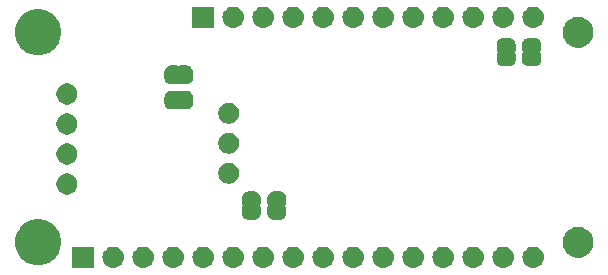
<source format=gbr>
G04 #@! TF.GenerationSoftware,KiCad,Pcbnew,(5.1.4)-1*
G04 #@! TF.CreationDate,2019-12-30T09:54:18-05:00*
G04 #@! TF.ProjectId,Feather-SAM-M8Q-GPS,46656174-6865-4722-9d53-414d2d4d3851,rev?*
G04 #@! TF.SameCoordinates,Original*
G04 #@! TF.FileFunction,Soldermask,Bot*
G04 #@! TF.FilePolarity,Negative*
%FSLAX46Y46*%
G04 Gerber Fmt 4.6, Leading zero omitted, Abs format (unit mm)*
G04 Created by KiCad (PCBNEW (5.1.4)-1) date 2019-12-30 09:54:18*
%MOMM*%
%LPD*%
G04 APERTURE LIST*
%ADD10C,0.100000*%
G04 APERTURE END LIST*
D10*
G36*
X100415043Y-76524719D02*
G01*
X100481227Y-76531237D01*
X100651066Y-76582757D01*
X100807591Y-76666422D01*
X100843329Y-76695752D01*
X100944786Y-76779014D01*
X101028048Y-76880471D01*
X101057378Y-76916209D01*
X101141043Y-77072734D01*
X101192563Y-77242573D01*
X101209959Y-77419200D01*
X101192563Y-77595827D01*
X101141043Y-77765666D01*
X101057378Y-77922191D01*
X101028048Y-77957929D01*
X100944786Y-78059386D01*
X100843329Y-78142648D01*
X100807591Y-78171978D01*
X100651066Y-78255643D01*
X100481227Y-78307163D01*
X100415043Y-78313681D01*
X100348860Y-78320200D01*
X100260340Y-78320200D01*
X100194157Y-78313681D01*
X100127973Y-78307163D01*
X99958134Y-78255643D01*
X99801609Y-78171978D01*
X99765871Y-78142648D01*
X99664414Y-78059386D01*
X99581152Y-77957929D01*
X99551822Y-77922191D01*
X99468157Y-77765666D01*
X99416637Y-77595827D01*
X99399241Y-77419200D01*
X99416637Y-77242573D01*
X99468157Y-77072734D01*
X99551822Y-76916209D01*
X99581152Y-76880471D01*
X99664414Y-76779014D01*
X99765871Y-76695752D01*
X99801609Y-76666422D01*
X99958134Y-76582757D01*
X100127973Y-76531237D01*
X100194157Y-76524719D01*
X100260340Y-76518200D01*
X100348860Y-76518200D01*
X100415043Y-76524719D01*
X100415043Y-76524719D01*
G37*
G36*
X110575043Y-76524719D02*
G01*
X110641227Y-76531237D01*
X110811066Y-76582757D01*
X110967591Y-76666422D01*
X111003329Y-76695752D01*
X111104786Y-76779014D01*
X111188048Y-76880471D01*
X111217378Y-76916209D01*
X111301043Y-77072734D01*
X111352563Y-77242573D01*
X111369959Y-77419200D01*
X111352563Y-77595827D01*
X111301043Y-77765666D01*
X111217378Y-77922191D01*
X111188048Y-77957929D01*
X111104786Y-78059386D01*
X111003329Y-78142648D01*
X110967591Y-78171978D01*
X110811066Y-78255643D01*
X110641227Y-78307163D01*
X110575043Y-78313681D01*
X110508860Y-78320200D01*
X110420340Y-78320200D01*
X110354157Y-78313681D01*
X110287973Y-78307163D01*
X110118134Y-78255643D01*
X109961609Y-78171978D01*
X109925871Y-78142648D01*
X109824414Y-78059386D01*
X109741152Y-77957929D01*
X109711822Y-77922191D01*
X109628157Y-77765666D01*
X109576637Y-77595827D01*
X109559241Y-77419200D01*
X109576637Y-77242573D01*
X109628157Y-77072734D01*
X109711822Y-76916209D01*
X109741152Y-76880471D01*
X109824414Y-76779014D01*
X109925871Y-76695752D01*
X109961609Y-76666422D01*
X110118134Y-76582757D01*
X110287973Y-76531237D01*
X110354157Y-76524719D01*
X110420340Y-76518200D01*
X110508860Y-76518200D01*
X110575043Y-76524719D01*
X110575043Y-76524719D01*
G37*
G36*
X93585600Y-78320200D02*
G01*
X91783600Y-78320200D01*
X91783600Y-76518200D01*
X93585600Y-76518200D01*
X93585600Y-78320200D01*
X93585600Y-78320200D01*
G37*
G36*
X95335043Y-76524719D02*
G01*
X95401227Y-76531237D01*
X95571066Y-76582757D01*
X95727591Y-76666422D01*
X95763329Y-76695752D01*
X95864786Y-76779014D01*
X95948048Y-76880471D01*
X95977378Y-76916209D01*
X96061043Y-77072734D01*
X96112563Y-77242573D01*
X96129959Y-77419200D01*
X96112563Y-77595827D01*
X96061043Y-77765666D01*
X95977378Y-77922191D01*
X95948048Y-77957929D01*
X95864786Y-78059386D01*
X95763329Y-78142648D01*
X95727591Y-78171978D01*
X95571066Y-78255643D01*
X95401227Y-78307163D01*
X95335043Y-78313681D01*
X95268860Y-78320200D01*
X95180340Y-78320200D01*
X95114157Y-78313681D01*
X95047973Y-78307163D01*
X94878134Y-78255643D01*
X94721609Y-78171978D01*
X94685871Y-78142648D01*
X94584414Y-78059386D01*
X94501152Y-77957929D01*
X94471822Y-77922191D01*
X94388157Y-77765666D01*
X94336637Y-77595827D01*
X94319241Y-77419200D01*
X94336637Y-77242573D01*
X94388157Y-77072734D01*
X94471822Y-76916209D01*
X94501152Y-76880471D01*
X94584414Y-76779014D01*
X94685871Y-76695752D01*
X94721609Y-76666422D01*
X94878134Y-76582757D01*
X95047973Y-76531237D01*
X95114157Y-76524719D01*
X95180340Y-76518200D01*
X95268860Y-76518200D01*
X95335043Y-76524719D01*
X95335043Y-76524719D01*
G37*
G36*
X97875043Y-76524719D02*
G01*
X97941227Y-76531237D01*
X98111066Y-76582757D01*
X98267591Y-76666422D01*
X98303329Y-76695752D01*
X98404786Y-76779014D01*
X98488048Y-76880471D01*
X98517378Y-76916209D01*
X98601043Y-77072734D01*
X98652563Y-77242573D01*
X98669959Y-77419200D01*
X98652563Y-77595827D01*
X98601043Y-77765666D01*
X98517378Y-77922191D01*
X98488048Y-77957929D01*
X98404786Y-78059386D01*
X98303329Y-78142648D01*
X98267591Y-78171978D01*
X98111066Y-78255643D01*
X97941227Y-78307163D01*
X97875043Y-78313681D01*
X97808860Y-78320200D01*
X97720340Y-78320200D01*
X97654157Y-78313681D01*
X97587973Y-78307163D01*
X97418134Y-78255643D01*
X97261609Y-78171978D01*
X97225871Y-78142648D01*
X97124414Y-78059386D01*
X97041152Y-77957929D01*
X97011822Y-77922191D01*
X96928157Y-77765666D01*
X96876637Y-77595827D01*
X96859241Y-77419200D01*
X96876637Y-77242573D01*
X96928157Y-77072734D01*
X97011822Y-76916209D01*
X97041152Y-76880471D01*
X97124414Y-76779014D01*
X97225871Y-76695752D01*
X97261609Y-76666422D01*
X97418134Y-76582757D01*
X97587973Y-76531237D01*
X97654157Y-76524719D01*
X97720340Y-76518200D01*
X97808860Y-76518200D01*
X97875043Y-76524719D01*
X97875043Y-76524719D01*
G37*
G36*
X102955043Y-76524719D02*
G01*
X103021227Y-76531237D01*
X103191066Y-76582757D01*
X103347591Y-76666422D01*
X103383329Y-76695752D01*
X103484786Y-76779014D01*
X103568048Y-76880471D01*
X103597378Y-76916209D01*
X103681043Y-77072734D01*
X103732563Y-77242573D01*
X103749959Y-77419200D01*
X103732563Y-77595827D01*
X103681043Y-77765666D01*
X103597378Y-77922191D01*
X103568048Y-77957929D01*
X103484786Y-78059386D01*
X103383329Y-78142648D01*
X103347591Y-78171978D01*
X103191066Y-78255643D01*
X103021227Y-78307163D01*
X102955043Y-78313681D01*
X102888860Y-78320200D01*
X102800340Y-78320200D01*
X102734157Y-78313681D01*
X102667973Y-78307163D01*
X102498134Y-78255643D01*
X102341609Y-78171978D01*
X102305871Y-78142648D01*
X102204414Y-78059386D01*
X102121152Y-77957929D01*
X102091822Y-77922191D01*
X102008157Y-77765666D01*
X101956637Y-77595827D01*
X101939241Y-77419200D01*
X101956637Y-77242573D01*
X102008157Y-77072734D01*
X102091822Y-76916209D01*
X102121152Y-76880471D01*
X102204414Y-76779014D01*
X102305871Y-76695752D01*
X102341609Y-76666422D01*
X102498134Y-76582757D01*
X102667973Y-76531237D01*
X102734157Y-76524719D01*
X102800340Y-76518200D01*
X102888860Y-76518200D01*
X102955043Y-76524719D01*
X102955043Y-76524719D01*
G37*
G36*
X105495043Y-76524719D02*
G01*
X105561227Y-76531237D01*
X105731066Y-76582757D01*
X105887591Y-76666422D01*
X105923329Y-76695752D01*
X106024786Y-76779014D01*
X106108048Y-76880471D01*
X106137378Y-76916209D01*
X106221043Y-77072734D01*
X106272563Y-77242573D01*
X106289959Y-77419200D01*
X106272563Y-77595827D01*
X106221043Y-77765666D01*
X106137378Y-77922191D01*
X106108048Y-77957929D01*
X106024786Y-78059386D01*
X105923329Y-78142648D01*
X105887591Y-78171978D01*
X105731066Y-78255643D01*
X105561227Y-78307163D01*
X105495043Y-78313681D01*
X105428860Y-78320200D01*
X105340340Y-78320200D01*
X105274157Y-78313681D01*
X105207973Y-78307163D01*
X105038134Y-78255643D01*
X104881609Y-78171978D01*
X104845871Y-78142648D01*
X104744414Y-78059386D01*
X104661152Y-77957929D01*
X104631822Y-77922191D01*
X104548157Y-77765666D01*
X104496637Y-77595827D01*
X104479241Y-77419200D01*
X104496637Y-77242573D01*
X104548157Y-77072734D01*
X104631822Y-76916209D01*
X104661152Y-76880471D01*
X104744414Y-76779014D01*
X104845871Y-76695752D01*
X104881609Y-76666422D01*
X105038134Y-76582757D01*
X105207973Y-76531237D01*
X105274157Y-76524719D01*
X105340340Y-76518200D01*
X105428860Y-76518200D01*
X105495043Y-76524719D01*
X105495043Y-76524719D01*
G37*
G36*
X108035043Y-76524719D02*
G01*
X108101227Y-76531237D01*
X108271066Y-76582757D01*
X108427591Y-76666422D01*
X108463329Y-76695752D01*
X108564786Y-76779014D01*
X108648048Y-76880471D01*
X108677378Y-76916209D01*
X108761043Y-77072734D01*
X108812563Y-77242573D01*
X108829959Y-77419200D01*
X108812563Y-77595827D01*
X108761043Y-77765666D01*
X108677378Y-77922191D01*
X108648048Y-77957929D01*
X108564786Y-78059386D01*
X108463329Y-78142648D01*
X108427591Y-78171978D01*
X108271066Y-78255643D01*
X108101227Y-78307163D01*
X108035043Y-78313681D01*
X107968860Y-78320200D01*
X107880340Y-78320200D01*
X107814157Y-78313681D01*
X107747973Y-78307163D01*
X107578134Y-78255643D01*
X107421609Y-78171978D01*
X107385871Y-78142648D01*
X107284414Y-78059386D01*
X107201152Y-77957929D01*
X107171822Y-77922191D01*
X107088157Y-77765666D01*
X107036637Y-77595827D01*
X107019241Y-77419200D01*
X107036637Y-77242573D01*
X107088157Y-77072734D01*
X107171822Y-76916209D01*
X107201152Y-76880471D01*
X107284414Y-76779014D01*
X107385871Y-76695752D01*
X107421609Y-76666422D01*
X107578134Y-76582757D01*
X107747973Y-76531237D01*
X107814157Y-76524719D01*
X107880340Y-76518200D01*
X107968860Y-76518200D01*
X108035043Y-76524719D01*
X108035043Y-76524719D01*
G37*
G36*
X115655043Y-76524719D02*
G01*
X115721227Y-76531237D01*
X115891066Y-76582757D01*
X116047591Y-76666422D01*
X116083329Y-76695752D01*
X116184786Y-76779014D01*
X116268048Y-76880471D01*
X116297378Y-76916209D01*
X116381043Y-77072734D01*
X116432563Y-77242573D01*
X116449959Y-77419200D01*
X116432563Y-77595827D01*
X116381043Y-77765666D01*
X116297378Y-77922191D01*
X116268048Y-77957929D01*
X116184786Y-78059386D01*
X116083329Y-78142648D01*
X116047591Y-78171978D01*
X115891066Y-78255643D01*
X115721227Y-78307163D01*
X115655043Y-78313681D01*
X115588860Y-78320200D01*
X115500340Y-78320200D01*
X115434157Y-78313681D01*
X115367973Y-78307163D01*
X115198134Y-78255643D01*
X115041609Y-78171978D01*
X115005871Y-78142648D01*
X114904414Y-78059386D01*
X114821152Y-77957929D01*
X114791822Y-77922191D01*
X114708157Y-77765666D01*
X114656637Y-77595827D01*
X114639241Y-77419200D01*
X114656637Y-77242573D01*
X114708157Y-77072734D01*
X114791822Y-76916209D01*
X114821152Y-76880471D01*
X114904414Y-76779014D01*
X115005871Y-76695752D01*
X115041609Y-76666422D01*
X115198134Y-76582757D01*
X115367973Y-76531237D01*
X115434157Y-76524719D01*
X115500340Y-76518200D01*
X115588860Y-76518200D01*
X115655043Y-76524719D01*
X115655043Y-76524719D01*
G37*
G36*
X130895043Y-76524719D02*
G01*
X130961227Y-76531237D01*
X131131066Y-76582757D01*
X131287591Y-76666422D01*
X131323329Y-76695752D01*
X131424786Y-76779014D01*
X131508048Y-76880471D01*
X131537378Y-76916209D01*
X131621043Y-77072734D01*
X131672563Y-77242573D01*
X131689959Y-77419200D01*
X131672563Y-77595827D01*
X131621043Y-77765666D01*
X131537378Y-77922191D01*
X131508048Y-77957929D01*
X131424786Y-78059386D01*
X131323329Y-78142648D01*
X131287591Y-78171978D01*
X131131066Y-78255643D01*
X130961227Y-78307163D01*
X130895043Y-78313681D01*
X130828860Y-78320200D01*
X130740340Y-78320200D01*
X130674157Y-78313681D01*
X130607973Y-78307163D01*
X130438134Y-78255643D01*
X130281609Y-78171978D01*
X130245871Y-78142648D01*
X130144414Y-78059386D01*
X130061152Y-77957929D01*
X130031822Y-77922191D01*
X129948157Y-77765666D01*
X129896637Y-77595827D01*
X129879241Y-77419200D01*
X129896637Y-77242573D01*
X129948157Y-77072734D01*
X130031822Y-76916209D01*
X130061152Y-76880471D01*
X130144414Y-76779014D01*
X130245871Y-76695752D01*
X130281609Y-76666422D01*
X130438134Y-76582757D01*
X130607973Y-76531237D01*
X130674157Y-76524719D01*
X130740340Y-76518200D01*
X130828860Y-76518200D01*
X130895043Y-76524719D01*
X130895043Y-76524719D01*
G37*
G36*
X128355043Y-76524719D02*
G01*
X128421227Y-76531237D01*
X128591066Y-76582757D01*
X128747591Y-76666422D01*
X128783329Y-76695752D01*
X128884786Y-76779014D01*
X128968048Y-76880471D01*
X128997378Y-76916209D01*
X129081043Y-77072734D01*
X129132563Y-77242573D01*
X129149959Y-77419200D01*
X129132563Y-77595827D01*
X129081043Y-77765666D01*
X128997378Y-77922191D01*
X128968048Y-77957929D01*
X128884786Y-78059386D01*
X128783329Y-78142648D01*
X128747591Y-78171978D01*
X128591066Y-78255643D01*
X128421227Y-78307163D01*
X128355043Y-78313681D01*
X128288860Y-78320200D01*
X128200340Y-78320200D01*
X128134157Y-78313681D01*
X128067973Y-78307163D01*
X127898134Y-78255643D01*
X127741609Y-78171978D01*
X127705871Y-78142648D01*
X127604414Y-78059386D01*
X127521152Y-77957929D01*
X127491822Y-77922191D01*
X127408157Y-77765666D01*
X127356637Y-77595827D01*
X127339241Y-77419200D01*
X127356637Y-77242573D01*
X127408157Y-77072734D01*
X127491822Y-76916209D01*
X127521152Y-76880471D01*
X127604414Y-76779014D01*
X127705871Y-76695752D01*
X127741609Y-76666422D01*
X127898134Y-76582757D01*
X128067973Y-76531237D01*
X128134157Y-76524719D01*
X128200340Y-76518200D01*
X128288860Y-76518200D01*
X128355043Y-76524719D01*
X128355043Y-76524719D01*
G37*
G36*
X125815043Y-76524719D02*
G01*
X125881227Y-76531237D01*
X126051066Y-76582757D01*
X126207591Y-76666422D01*
X126243329Y-76695752D01*
X126344786Y-76779014D01*
X126428048Y-76880471D01*
X126457378Y-76916209D01*
X126541043Y-77072734D01*
X126592563Y-77242573D01*
X126609959Y-77419200D01*
X126592563Y-77595827D01*
X126541043Y-77765666D01*
X126457378Y-77922191D01*
X126428048Y-77957929D01*
X126344786Y-78059386D01*
X126243329Y-78142648D01*
X126207591Y-78171978D01*
X126051066Y-78255643D01*
X125881227Y-78307163D01*
X125815043Y-78313681D01*
X125748860Y-78320200D01*
X125660340Y-78320200D01*
X125594157Y-78313681D01*
X125527973Y-78307163D01*
X125358134Y-78255643D01*
X125201609Y-78171978D01*
X125165871Y-78142648D01*
X125064414Y-78059386D01*
X124981152Y-77957929D01*
X124951822Y-77922191D01*
X124868157Y-77765666D01*
X124816637Y-77595827D01*
X124799241Y-77419200D01*
X124816637Y-77242573D01*
X124868157Y-77072734D01*
X124951822Y-76916209D01*
X124981152Y-76880471D01*
X125064414Y-76779014D01*
X125165871Y-76695752D01*
X125201609Y-76666422D01*
X125358134Y-76582757D01*
X125527973Y-76531237D01*
X125594157Y-76524719D01*
X125660340Y-76518200D01*
X125748860Y-76518200D01*
X125815043Y-76524719D01*
X125815043Y-76524719D01*
G37*
G36*
X123275043Y-76524719D02*
G01*
X123341227Y-76531237D01*
X123511066Y-76582757D01*
X123667591Y-76666422D01*
X123703329Y-76695752D01*
X123804786Y-76779014D01*
X123888048Y-76880471D01*
X123917378Y-76916209D01*
X124001043Y-77072734D01*
X124052563Y-77242573D01*
X124069959Y-77419200D01*
X124052563Y-77595827D01*
X124001043Y-77765666D01*
X123917378Y-77922191D01*
X123888048Y-77957929D01*
X123804786Y-78059386D01*
X123703329Y-78142648D01*
X123667591Y-78171978D01*
X123511066Y-78255643D01*
X123341227Y-78307163D01*
X123275043Y-78313681D01*
X123208860Y-78320200D01*
X123120340Y-78320200D01*
X123054157Y-78313681D01*
X122987973Y-78307163D01*
X122818134Y-78255643D01*
X122661609Y-78171978D01*
X122625871Y-78142648D01*
X122524414Y-78059386D01*
X122441152Y-77957929D01*
X122411822Y-77922191D01*
X122328157Y-77765666D01*
X122276637Y-77595827D01*
X122259241Y-77419200D01*
X122276637Y-77242573D01*
X122328157Y-77072734D01*
X122411822Y-76916209D01*
X122441152Y-76880471D01*
X122524414Y-76779014D01*
X122625871Y-76695752D01*
X122661609Y-76666422D01*
X122818134Y-76582757D01*
X122987973Y-76531237D01*
X123054157Y-76524719D01*
X123120340Y-76518200D01*
X123208860Y-76518200D01*
X123275043Y-76524719D01*
X123275043Y-76524719D01*
G37*
G36*
X120735043Y-76524719D02*
G01*
X120801227Y-76531237D01*
X120971066Y-76582757D01*
X121127591Y-76666422D01*
X121163329Y-76695752D01*
X121264786Y-76779014D01*
X121348048Y-76880471D01*
X121377378Y-76916209D01*
X121461043Y-77072734D01*
X121512563Y-77242573D01*
X121529959Y-77419200D01*
X121512563Y-77595827D01*
X121461043Y-77765666D01*
X121377378Y-77922191D01*
X121348048Y-77957929D01*
X121264786Y-78059386D01*
X121163329Y-78142648D01*
X121127591Y-78171978D01*
X120971066Y-78255643D01*
X120801227Y-78307163D01*
X120735043Y-78313681D01*
X120668860Y-78320200D01*
X120580340Y-78320200D01*
X120514157Y-78313681D01*
X120447973Y-78307163D01*
X120278134Y-78255643D01*
X120121609Y-78171978D01*
X120085871Y-78142648D01*
X119984414Y-78059386D01*
X119901152Y-77957929D01*
X119871822Y-77922191D01*
X119788157Y-77765666D01*
X119736637Y-77595827D01*
X119719241Y-77419200D01*
X119736637Y-77242573D01*
X119788157Y-77072734D01*
X119871822Y-76916209D01*
X119901152Y-76880471D01*
X119984414Y-76779014D01*
X120085871Y-76695752D01*
X120121609Y-76666422D01*
X120278134Y-76582757D01*
X120447973Y-76531237D01*
X120514157Y-76524719D01*
X120580340Y-76518200D01*
X120668860Y-76518200D01*
X120735043Y-76524719D01*
X120735043Y-76524719D01*
G37*
G36*
X118195043Y-76524719D02*
G01*
X118261227Y-76531237D01*
X118431066Y-76582757D01*
X118587591Y-76666422D01*
X118623329Y-76695752D01*
X118724786Y-76779014D01*
X118808048Y-76880471D01*
X118837378Y-76916209D01*
X118921043Y-77072734D01*
X118972563Y-77242573D01*
X118989959Y-77419200D01*
X118972563Y-77595827D01*
X118921043Y-77765666D01*
X118837378Y-77922191D01*
X118808048Y-77957929D01*
X118724786Y-78059386D01*
X118623329Y-78142648D01*
X118587591Y-78171978D01*
X118431066Y-78255643D01*
X118261227Y-78307163D01*
X118195043Y-78313681D01*
X118128860Y-78320200D01*
X118040340Y-78320200D01*
X117974157Y-78313681D01*
X117907973Y-78307163D01*
X117738134Y-78255643D01*
X117581609Y-78171978D01*
X117545871Y-78142648D01*
X117444414Y-78059386D01*
X117361152Y-77957929D01*
X117331822Y-77922191D01*
X117248157Y-77765666D01*
X117196637Y-77595827D01*
X117179241Y-77419200D01*
X117196637Y-77242573D01*
X117248157Y-77072734D01*
X117331822Y-76916209D01*
X117361152Y-76880471D01*
X117444414Y-76779014D01*
X117545871Y-76695752D01*
X117581609Y-76666422D01*
X117738134Y-76582757D01*
X117907973Y-76531237D01*
X117974157Y-76524719D01*
X118040340Y-76518200D01*
X118128860Y-76518200D01*
X118195043Y-76524719D01*
X118195043Y-76524719D01*
G37*
G36*
X113115043Y-76524719D02*
G01*
X113181227Y-76531237D01*
X113351066Y-76582757D01*
X113507591Y-76666422D01*
X113543329Y-76695752D01*
X113644786Y-76779014D01*
X113728048Y-76880471D01*
X113757378Y-76916209D01*
X113841043Y-77072734D01*
X113892563Y-77242573D01*
X113909959Y-77419200D01*
X113892563Y-77595827D01*
X113841043Y-77765666D01*
X113757378Y-77922191D01*
X113728048Y-77957929D01*
X113644786Y-78059386D01*
X113543329Y-78142648D01*
X113507591Y-78171978D01*
X113351066Y-78255643D01*
X113181227Y-78307163D01*
X113115043Y-78313681D01*
X113048860Y-78320200D01*
X112960340Y-78320200D01*
X112894157Y-78313681D01*
X112827973Y-78307163D01*
X112658134Y-78255643D01*
X112501609Y-78171978D01*
X112465871Y-78142648D01*
X112364414Y-78059386D01*
X112281152Y-77957929D01*
X112251822Y-77922191D01*
X112168157Y-77765666D01*
X112116637Y-77595827D01*
X112099241Y-77419200D01*
X112116637Y-77242573D01*
X112168157Y-77072734D01*
X112251822Y-76916209D01*
X112281152Y-76880471D01*
X112364414Y-76779014D01*
X112465871Y-76695752D01*
X112501609Y-76666422D01*
X112658134Y-76582757D01*
X112827973Y-76531237D01*
X112894157Y-76524719D01*
X112960340Y-76518200D01*
X113048860Y-76518200D01*
X113115043Y-76524719D01*
X113115043Y-76524719D01*
G37*
G36*
X89443685Y-74273175D02*
G01*
X89798743Y-74420245D01*
X89798745Y-74420246D01*
X90118290Y-74633759D01*
X90390041Y-74905510D01*
X90450684Y-74996269D01*
X90603555Y-75225057D01*
X90750625Y-75580115D01*
X90825600Y-75957042D01*
X90825600Y-76341358D01*
X90750625Y-76718285D01*
X90668642Y-76916209D01*
X90603554Y-77073345D01*
X90390041Y-77392890D01*
X90118290Y-77664641D01*
X89798745Y-77878154D01*
X89798744Y-77878155D01*
X89798743Y-77878155D01*
X89443685Y-78025225D01*
X89066758Y-78100200D01*
X88682442Y-78100200D01*
X88305515Y-78025225D01*
X87950457Y-77878155D01*
X87950456Y-77878155D01*
X87950455Y-77878154D01*
X87630910Y-77664641D01*
X87359159Y-77392890D01*
X87145646Y-77073345D01*
X87080558Y-76916209D01*
X86998575Y-76718285D01*
X86923600Y-76341358D01*
X86923600Y-75957042D01*
X86998575Y-75580115D01*
X87145645Y-75225057D01*
X87298516Y-74996269D01*
X87359159Y-74905510D01*
X87630910Y-74633759D01*
X87950455Y-74420246D01*
X87950457Y-74420245D01*
X88305515Y-74273175D01*
X88682442Y-74198200D01*
X89066758Y-74198200D01*
X89443685Y-74273175D01*
X89443685Y-74273175D01*
G37*
G36*
X134974087Y-74898196D02*
G01*
X135210853Y-74996268D01*
X135210855Y-74996269D01*
X135423939Y-75138647D01*
X135605153Y-75319861D01*
X135747532Y-75532947D01*
X135845604Y-75769713D01*
X135895600Y-76021061D01*
X135895600Y-76277339D01*
X135845604Y-76528687D01*
X135767069Y-76718286D01*
X135747531Y-76765455D01*
X135605153Y-76978539D01*
X135423939Y-77159753D01*
X135210855Y-77302131D01*
X135210854Y-77302132D01*
X135210853Y-77302132D01*
X134974087Y-77400204D01*
X134722739Y-77450200D01*
X134466461Y-77450200D01*
X134215113Y-77400204D01*
X133978347Y-77302132D01*
X133978346Y-77302132D01*
X133978345Y-77302131D01*
X133765261Y-77159753D01*
X133584047Y-76978539D01*
X133441669Y-76765455D01*
X133422131Y-76718286D01*
X133343596Y-76528687D01*
X133293600Y-76277339D01*
X133293600Y-76021061D01*
X133343596Y-75769713D01*
X133441668Y-75532947D01*
X133584047Y-75319861D01*
X133765261Y-75138647D01*
X133978345Y-74996269D01*
X133978347Y-74996268D01*
X134215113Y-74898196D01*
X134466461Y-74848200D01*
X134722739Y-74848200D01*
X134974087Y-74898196D01*
X134974087Y-74898196D01*
G37*
G36*
X109342499Y-71850354D02*
G01*
X109354750Y-71850956D01*
X109373169Y-71850956D01*
X109395449Y-71853150D01*
X109479533Y-71869876D01*
X109500960Y-71876376D01*
X109580158Y-71909180D01*
X109585603Y-71912091D01*
X109585609Y-71912093D01*
X109594469Y-71916829D01*
X109594473Y-71916832D01*
X109599914Y-71919740D01*
X109671199Y-71967371D01*
X109688504Y-71981572D01*
X109749128Y-72042196D01*
X109763329Y-72059501D01*
X109810960Y-72130786D01*
X109813868Y-72136227D01*
X109813871Y-72136231D01*
X109818607Y-72145091D01*
X109818609Y-72145097D01*
X109821520Y-72150542D01*
X109854324Y-72229740D01*
X109860824Y-72251167D01*
X109877550Y-72335251D01*
X109879744Y-72357531D01*
X109879744Y-72375950D01*
X109880346Y-72388201D01*
X109882152Y-72406539D01*
X109882152Y-72894260D01*
X109880563Y-72910399D01*
X109877648Y-72920008D01*
X109872910Y-72928872D01*
X109866537Y-72936637D01*
X109854094Y-72946848D01*
X109843725Y-72953778D01*
X109826398Y-72971105D01*
X109812785Y-72991480D01*
X109803409Y-73014120D01*
X109798629Y-73038153D01*
X109798630Y-73062657D01*
X109803412Y-73086690D01*
X109812790Y-73109329D01*
X109826405Y-73129702D01*
X109843732Y-73147029D01*
X109854102Y-73153958D01*
X109866537Y-73164163D01*
X109872910Y-73171928D01*
X109877648Y-73180792D01*
X109880563Y-73190401D01*
X109882152Y-73206540D01*
X109882152Y-73694262D01*
X109880346Y-73712599D01*
X109879744Y-73724850D01*
X109879744Y-73743269D01*
X109877550Y-73765549D01*
X109860824Y-73849633D01*
X109854324Y-73871060D01*
X109821520Y-73950258D01*
X109818609Y-73955703D01*
X109818607Y-73955709D01*
X109813871Y-73964569D01*
X109813868Y-73964573D01*
X109810960Y-73970014D01*
X109763329Y-74041299D01*
X109749128Y-74058604D01*
X109688504Y-74119228D01*
X109671199Y-74133429D01*
X109599914Y-74181060D01*
X109594473Y-74183968D01*
X109594469Y-74183971D01*
X109585609Y-74188707D01*
X109585603Y-74188709D01*
X109580158Y-74191620D01*
X109500960Y-74224424D01*
X109479533Y-74230924D01*
X109395449Y-74247650D01*
X109373169Y-74249844D01*
X109354750Y-74249844D01*
X109342499Y-74250446D01*
X109324162Y-74252252D01*
X108836438Y-74252252D01*
X108818101Y-74250446D01*
X108805850Y-74249844D01*
X108787431Y-74249844D01*
X108765151Y-74247650D01*
X108681067Y-74230924D01*
X108659640Y-74224424D01*
X108580442Y-74191620D01*
X108574997Y-74188709D01*
X108574991Y-74188707D01*
X108566131Y-74183971D01*
X108566127Y-74183968D01*
X108560686Y-74181060D01*
X108489401Y-74133429D01*
X108472096Y-74119228D01*
X108411472Y-74058604D01*
X108397271Y-74041299D01*
X108349640Y-73970014D01*
X108346732Y-73964573D01*
X108346729Y-73964569D01*
X108341993Y-73955709D01*
X108341991Y-73955703D01*
X108339080Y-73950258D01*
X108306276Y-73871060D01*
X108299776Y-73849633D01*
X108283050Y-73765549D01*
X108280856Y-73743269D01*
X108280856Y-73724850D01*
X108280254Y-73712599D01*
X108278448Y-73694262D01*
X108278448Y-73206540D01*
X108280037Y-73190401D01*
X108282952Y-73180792D01*
X108287690Y-73171928D01*
X108294063Y-73164163D01*
X108301829Y-73157790D01*
X108306506Y-73153952D01*
X108316875Y-73147022D01*
X108334202Y-73129695D01*
X108347815Y-73109320D01*
X108357191Y-73086680D01*
X108361971Y-73062647D01*
X108361970Y-73038143D01*
X108357188Y-73014110D01*
X108347810Y-72991471D01*
X108334195Y-72971098D01*
X108316868Y-72953771D01*
X108306498Y-72946842D01*
X108294063Y-72936637D01*
X108287690Y-72928872D01*
X108282952Y-72920008D01*
X108280037Y-72910399D01*
X108278448Y-72894260D01*
X108278448Y-72406539D01*
X108280254Y-72388201D01*
X108280856Y-72375950D01*
X108280856Y-72357531D01*
X108283050Y-72335251D01*
X108299776Y-72251167D01*
X108306276Y-72229740D01*
X108339080Y-72150542D01*
X108341991Y-72145097D01*
X108341993Y-72145091D01*
X108346729Y-72136231D01*
X108346732Y-72136227D01*
X108349640Y-72130786D01*
X108397271Y-72059501D01*
X108411472Y-72042196D01*
X108472096Y-71981572D01*
X108489401Y-71967371D01*
X108560686Y-71919740D01*
X108566127Y-71916832D01*
X108566131Y-71916829D01*
X108574991Y-71912093D01*
X108574997Y-71912091D01*
X108580442Y-71909180D01*
X108659640Y-71876376D01*
X108681067Y-71869876D01*
X108765151Y-71853150D01*
X108787431Y-71850956D01*
X108805850Y-71850956D01*
X108818101Y-71850354D01*
X108836439Y-71848548D01*
X109324161Y-71848548D01*
X109342499Y-71850354D01*
X109342499Y-71850354D01*
G37*
G36*
X107183499Y-71837654D02*
G01*
X107195750Y-71838256D01*
X107214169Y-71838256D01*
X107236449Y-71840450D01*
X107320533Y-71857176D01*
X107341960Y-71863676D01*
X107421158Y-71896480D01*
X107426603Y-71899391D01*
X107426609Y-71899393D01*
X107435469Y-71904129D01*
X107435473Y-71904132D01*
X107440914Y-71907040D01*
X107512199Y-71954671D01*
X107529504Y-71968872D01*
X107590128Y-72029496D01*
X107604329Y-72046801D01*
X107651960Y-72118086D01*
X107654868Y-72123527D01*
X107654871Y-72123531D01*
X107659607Y-72132391D01*
X107659609Y-72132397D01*
X107662520Y-72137842D01*
X107695324Y-72217040D01*
X107701824Y-72238467D01*
X107718550Y-72322551D01*
X107720744Y-72344831D01*
X107720744Y-72363250D01*
X107721346Y-72375501D01*
X107723152Y-72393839D01*
X107723152Y-72881560D01*
X107721563Y-72897699D01*
X107718648Y-72907308D01*
X107713910Y-72916172D01*
X107710759Y-72920011D01*
X107707537Y-72923937D01*
X107701525Y-72928871D01*
X107695094Y-72934148D01*
X107684725Y-72941078D01*
X107667398Y-72958405D01*
X107653785Y-72978780D01*
X107644409Y-73001420D01*
X107639629Y-73025453D01*
X107639630Y-73049957D01*
X107644412Y-73073990D01*
X107653790Y-73096629D01*
X107667405Y-73117002D01*
X107684732Y-73134329D01*
X107695102Y-73141258D01*
X107707537Y-73151463D01*
X107713910Y-73159228D01*
X107718648Y-73168092D01*
X107721563Y-73177701D01*
X107723152Y-73193840D01*
X107723152Y-73681562D01*
X107721346Y-73699899D01*
X107720744Y-73712150D01*
X107720744Y-73730569D01*
X107718550Y-73752849D01*
X107701824Y-73836933D01*
X107695324Y-73858360D01*
X107662520Y-73937558D01*
X107659609Y-73943003D01*
X107659607Y-73943009D01*
X107654871Y-73951869D01*
X107654868Y-73951873D01*
X107651960Y-73957314D01*
X107604329Y-74028599D01*
X107590128Y-74045904D01*
X107529504Y-74106528D01*
X107512199Y-74120729D01*
X107440914Y-74168360D01*
X107435473Y-74171268D01*
X107435469Y-74171271D01*
X107426609Y-74176007D01*
X107426603Y-74176009D01*
X107421158Y-74178920D01*
X107341960Y-74211724D01*
X107320533Y-74218224D01*
X107236449Y-74234950D01*
X107214169Y-74237144D01*
X107195750Y-74237144D01*
X107183499Y-74237746D01*
X107165162Y-74239552D01*
X106677438Y-74239552D01*
X106659101Y-74237746D01*
X106646850Y-74237144D01*
X106628431Y-74237144D01*
X106606151Y-74234950D01*
X106522067Y-74218224D01*
X106500640Y-74211724D01*
X106421442Y-74178920D01*
X106415997Y-74176009D01*
X106415991Y-74176007D01*
X106407131Y-74171271D01*
X106407127Y-74171268D01*
X106401686Y-74168360D01*
X106330401Y-74120729D01*
X106313096Y-74106528D01*
X106252472Y-74045904D01*
X106238271Y-74028599D01*
X106190640Y-73957314D01*
X106187732Y-73951873D01*
X106187729Y-73951869D01*
X106182993Y-73943009D01*
X106182991Y-73943003D01*
X106180080Y-73937558D01*
X106147276Y-73858360D01*
X106140776Y-73836933D01*
X106124050Y-73752849D01*
X106121856Y-73730569D01*
X106121856Y-73712150D01*
X106121254Y-73699899D01*
X106119448Y-73681562D01*
X106119448Y-73193840D01*
X106121037Y-73177701D01*
X106123952Y-73168092D01*
X106128690Y-73159228D01*
X106135063Y-73151463D01*
X106147506Y-73141252D01*
X106157875Y-73134322D01*
X106175202Y-73116995D01*
X106188815Y-73096620D01*
X106198191Y-73073980D01*
X106202971Y-73049947D01*
X106202970Y-73025443D01*
X106198188Y-73001410D01*
X106188810Y-72978771D01*
X106175195Y-72958398D01*
X106157868Y-72941071D01*
X106147498Y-72934142D01*
X106135063Y-72923937D01*
X106128690Y-72916172D01*
X106123952Y-72907308D01*
X106121037Y-72897699D01*
X106119448Y-72881560D01*
X106119448Y-72393839D01*
X106121254Y-72375501D01*
X106121856Y-72363250D01*
X106121856Y-72344831D01*
X106124050Y-72322551D01*
X106140776Y-72238467D01*
X106147276Y-72217040D01*
X106180080Y-72137842D01*
X106182991Y-72132397D01*
X106182993Y-72132391D01*
X106187729Y-72123531D01*
X106187732Y-72123527D01*
X106190640Y-72118086D01*
X106238271Y-72046801D01*
X106252472Y-72029496D01*
X106313096Y-71968872D01*
X106330401Y-71954671D01*
X106401686Y-71907040D01*
X106407127Y-71904132D01*
X106407131Y-71904129D01*
X106415991Y-71899393D01*
X106415997Y-71899391D01*
X106421442Y-71896480D01*
X106500640Y-71863676D01*
X106522067Y-71857176D01*
X106606151Y-71840450D01*
X106628431Y-71838256D01*
X106646850Y-71838256D01*
X106659101Y-71837654D01*
X106677439Y-71835848D01*
X107165161Y-71835848D01*
X107183499Y-71837654D01*
X107183499Y-71837654D01*
G37*
G36*
X91572369Y-70366571D02*
G01*
X91734195Y-70433602D01*
X91879829Y-70530911D01*
X92003689Y-70654771D01*
X92100998Y-70800405D01*
X92168029Y-70962231D01*
X92202200Y-71134020D01*
X92202200Y-71309180D01*
X92168029Y-71480969D01*
X92100998Y-71642795D01*
X92003689Y-71788429D01*
X91879829Y-71912289D01*
X91734195Y-72009598D01*
X91572369Y-72076629D01*
X91400580Y-72110800D01*
X91225420Y-72110800D01*
X91053631Y-72076629D01*
X90891805Y-72009598D01*
X90746171Y-71912289D01*
X90622311Y-71788429D01*
X90525002Y-71642795D01*
X90457971Y-71480969D01*
X90423800Y-71309180D01*
X90423800Y-71134020D01*
X90457971Y-70962231D01*
X90525002Y-70800405D01*
X90622311Y-70654771D01*
X90746171Y-70530911D01*
X90891805Y-70433602D01*
X91053631Y-70366571D01*
X91225420Y-70332400D01*
X91400580Y-70332400D01*
X91572369Y-70366571D01*
X91572369Y-70366571D01*
G37*
G36*
X105275669Y-69452171D02*
G01*
X105437495Y-69519202D01*
X105583129Y-69616511D01*
X105706989Y-69740371D01*
X105804298Y-69886005D01*
X105871329Y-70047831D01*
X105905500Y-70219620D01*
X105905500Y-70394780D01*
X105871329Y-70566569D01*
X105804298Y-70728395D01*
X105706989Y-70874029D01*
X105583129Y-70997889D01*
X105437495Y-71095198D01*
X105275669Y-71162229D01*
X105103880Y-71196400D01*
X104928720Y-71196400D01*
X104756931Y-71162229D01*
X104595105Y-71095198D01*
X104449471Y-70997889D01*
X104325611Y-70874029D01*
X104228302Y-70728395D01*
X104161271Y-70566569D01*
X104127100Y-70394780D01*
X104127100Y-70219620D01*
X104161271Y-70047831D01*
X104228302Y-69886005D01*
X104325611Y-69740371D01*
X104449471Y-69616511D01*
X104595105Y-69519202D01*
X104756931Y-69452171D01*
X104928720Y-69418000D01*
X105103880Y-69418000D01*
X105275669Y-69452171D01*
X105275669Y-69452171D01*
G37*
G36*
X91572369Y-67826571D02*
G01*
X91734195Y-67893602D01*
X91879829Y-67990911D01*
X92003689Y-68114771D01*
X92100998Y-68260405D01*
X92168029Y-68422231D01*
X92202200Y-68594020D01*
X92202200Y-68769180D01*
X92168029Y-68940969D01*
X92100998Y-69102795D01*
X92003689Y-69248429D01*
X91879829Y-69372289D01*
X91734195Y-69469598D01*
X91572369Y-69536629D01*
X91400580Y-69570800D01*
X91225420Y-69570800D01*
X91053631Y-69536629D01*
X90891805Y-69469598D01*
X90746171Y-69372289D01*
X90622311Y-69248429D01*
X90525002Y-69102795D01*
X90457971Y-68940969D01*
X90423800Y-68769180D01*
X90423800Y-68594020D01*
X90457971Y-68422231D01*
X90525002Y-68260405D01*
X90622311Y-68114771D01*
X90746171Y-67990911D01*
X90891805Y-67893602D01*
X91053631Y-67826571D01*
X91225420Y-67792400D01*
X91400580Y-67792400D01*
X91572369Y-67826571D01*
X91572369Y-67826571D01*
G37*
G36*
X105275669Y-66912171D02*
G01*
X105437495Y-66979202D01*
X105583129Y-67076511D01*
X105706989Y-67200371D01*
X105804298Y-67346005D01*
X105871329Y-67507831D01*
X105905500Y-67679620D01*
X105905500Y-67854780D01*
X105871329Y-68026569D01*
X105804298Y-68188395D01*
X105706989Y-68334029D01*
X105583129Y-68457889D01*
X105437495Y-68555198D01*
X105275669Y-68622229D01*
X105103880Y-68656400D01*
X104928720Y-68656400D01*
X104756931Y-68622229D01*
X104595105Y-68555198D01*
X104449471Y-68457889D01*
X104325611Y-68334029D01*
X104228302Y-68188395D01*
X104161271Y-68026569D01*
X104127100Y-67854780D01*
X104127100Y-67679620D01*
X104161271Y-67507831D01*
X104228302Y-67346005D01*
X104325611Y-67200371D01*
X104449471Y-67076511D01*
X104595105Y-66979202D01*
X104756931Y-66912171D01*
X104928720Y-66878000D01*
X105103880Y-66878000D01*
X105275669Y-66912171D01*
X105275669Y-66912171D01*
G37*
G36*
X91572369Y-65286571D02*
G01*
X91734195Y-65353602D01*
X91879829Y-65450911D01*
X92003689Y-65574771D01*
X92100998Y-65720405D01*
X92168029Y-65882231D01*
X92202200Y-66054020D01*
X92202200Y-66229180D01*
X92168029Y-66400969D01*
X92100998Y-66562795D01*
X92003689Y-66708429D01*
X91879829Y-66832289D01*
X91734195Y-66929598D01*
X91572369Y-66996629D01*
X91400580Y-67030800D01*
X91225420Y-67030800D01*
X91053631Y-66996629D01*
X90891805Y-66929598D01*
X90746171Y-66832289D01*
X90622311Y-66708429D01*
X90525002Y-66562795D01*
X90457971Y-66400969D01*
X90423800Y-66229180D01*
X90423800Y-66054020D01*
X90457971Y-65882231D01*
X90525002Y-65720405D01*
X90622311Y-65574771D01*
X90746171Y-65450911D01*
X90891805Y-65353602D01*
X91053631Y-65286571D01*
X91225420Y-65252400D01*
X91400580Y-65252400D01*
X91572369Y-65286571D01*
X91572369Y-65286571D01*
G37*
G36*
X105275669Y-64372171D02*
G01*
X105437495Y-64439202D01*
X105583129Y-64536511D01*
X105706989Y-64660371D01*
X105804298Y-64806005D01*
X105871329Y-64967831D01*
X105905500Y-65139620D01*
X105905500Y-65314780D01*
X105871329Y-65486569D01*
X105804298Y-65648395D01*
X105706989Y-65794029D01*
X105583129Y-65917889D01*
X105437495Y-66015198D01*
X105275669Y-66082229D01*
X105103880Y-66116400D01*
X104928720Y-66116400D01*
X104756931Y-66082229D01*
X104595105Y-66015198D01*
X104449471Y-65917889D01*
X104325611Y-65794029D01*
X104228302Y-65648395D01*
X104161271Y-65486569D01*
X104127100Y-65314780D01*
X104127100Y-65139620D01*
X104161271Y-64967831D01*
X104228302Y-64806005D01*
X104325611Y-64660371D01*
X104449471Y-64536511D01*
X104595105Y-64439202D01*
X104756931Y-64372171D01*
X104928720Y-64338000D01*
X105103880Y-64338000D01*
X105275669Y-64372171D01*
X105275669Y-64372171D01*
G37*
G36*
X100632199Y-63309337D02*
G01*
X100641808Y-63312252D01*
X100650672Y-63316990D01*
X100658437Y-63323363D01*
X100668648Y-63335806D01*
X100675578Y-63346175D01*
X100692905Y-63363502D01*
X100713280Y-63377115D01*
X100735920Y-63386491D01*
X100759953Y-63391271D01*
X100784457Y-63391270D01*
X100808490Y-63386488D01*
X100831129Y-63377110D01*
X100851502Y-63363495D01*
X100868829Y-63346168D01*
X100875758Y-63335798D01*
X100885963Y-63323363D01*
X100893728Y-63316990D01*
X100902592Y-63312252D01*
X100912201Y-63309337D01*
X100928340Y-63307748D01*
X101416061Y-63307748D01*
X101434399Y-63309554D01*
X101446650Y-63310156D01*
X101465069Y-63310156D01*
X101487349Y-63312350D01*
X101571433Y-63329076D01*
X101592860Y-63335576D01*
X101672058Y-63368380D01*
X101677503Y-63371291D01*
X101677509Y-63371293D01*
X101686369Y-63376029D01*
X101686373Y-63376032D01*
X101691814Y-63378940D01*
X101763099Y-63426571D01*
X101780404Y-63440772D01*
X101841028Y-63501396D01*
X101855229Y-63518701D01*
X101902860Y-63589986D01*
X101905768Y-63595427D01*
X101905771Y-63595431D01*
X101910507Y-63604291D01*
X101910509Y-63604297D01*
X101913420Y-63609742D01*
X101946224Y-63688940D01*
X101952724Y-63710367D01*
X101969450Y-63794451D01*
X101971644Y-63816731D01*
X101971644Y-63835150D01*
X101972246Y-63847401D01*
X101974052Y-63865739D01*
X101974052Y-64353461D01*
X101972246Y-64371799D01*
X101971644Y-64384050D01*
X101971644Y-64402469D01*
X101969450Y-64424749D01*
X101952724Y-64508833D01*
X101946224Y-64530260D01*
X101913420Y-64609458D01*
X101910509Y-64614903D01*
X101910507Y-64614909D01*
X101905771Y-64623769D01*
X101905768Y-64623773D01*
X101902860Y-64629214D01*
X101855229Y-64700499D01*
X101841028Y-64717804D01*
X101780404Y-64778428D01*
X101763099Y-64792629D01*
X101691814Y-64840260D01*
X101686373Y-64843168D01*
X101686369Y-64843171D01*
X101677509Y-64847907D01*
X101677503Y-64847909D01*
X101672058Y-64850820D01*
X101592860Y-64883624D01*
X101571433Y-64890124D01*
X101487349Y-64906850D01*
X101465069Y-64909044D01*
X101446650Y-64909044D01*
X101434399Y-64909646D01*
X101416062Y-64911452D01*
X100928340Y-64911452D01*
X100912201Y-64909863D01*
X100902592Y-64906948D01*
X100893728Y-64902210D01*
X100885963Y-64895837D01*
X100875752Y-64883394D01*
X100868822Y-64873025D01*
X100851495Y-64855698D01*
X100831120Y-64842085D01*
X100808480Y-64832709D01*
X100784447Y-64827929D01*
X100759943Y-64827930D01*
X100735910Y-64832712D01*
X100713271Y-64842090D01*
X100692898Y-64855705D01*
X100675571Y-64873032D01*
X100668642Y-64883402D01*
X100658437Y-64895837D01*
X100650672Y-64902210D01*
X100641808Y-64906948D01*
X100632199Y-64909863D01*
X100616060Y-64911452D01*
X100128338Y-64911452D01*
X100110001Y-64909646D01*
X100097750Y-64909044D01*
X100079331Y-64909044D01*
X100057051Y-64906850D01*
X99972967Y-64890124D01*
X99951540Y-64883624D01*
X99872342Y-64850820D01*
X99866897Y-64847909D01*
X99866891Y-64847907D01*
X99858031Y-64843171D01*
X99858027Y-64843168D01*
X99852586Y-64840260D01*
X99781301Y-64792629D01*
X99763996Y-64778428D01*
X99703372Y-64717804D01*
X99689171Y-64700499D01*
X99641540Y-64629214D01*
X99638632Y-64623773D01*
X99638629Y-64623769D01*
X99633893Y-64614909D01*
X99633891Y-64614903D01*
X99630980Y-64609458D01*
X99598176Y-64530260D01*
X99591676Y-64508833D01*
X99574950Y-64424749D01*
X99572756Y-64402469D01*
X99572756Y-64384050D01*
X99572154Y-64371799D01*
X99570348Y-64353462D01*
X99570348Y-63865739D01*
X99572154Y-63847401D01*
X99572756Y-63835150D01*
X99572756Y-63816731D01*
X99574950Y-63794451D01*
X99591676Y-63710367D01*
X99598176Y-63688940D01*
X99630980Y-63609742D01*
X99633891Y-63604297D01*
X99633893Y-63604291D01*
X99638629Y-63595431D01*
X99638632Y-63595427D01*
X99641540Y-63589986D01*
X99689171Y-63518701D01*
X99703372Y-63501396D01*
X99763996Y-63440772D01*
X99781301Y-63426571D01*
X99852586Y-63378940D01*
X99858027Y-63376032D01*
X99858031Y-63376029D01*
X99866891Y-63371293D01*
X99866897Y-63371291D01*
X99872342Y-63368380D01*
X99951540Y-63335576D01*
X99972967Y-63329076D01*
X100057051Y-63312350D01*
X100079331Y-63310156D01*
X100097750Y-63310156D01*
X100110001Y-63309554D01*
X100128339Y-63307748D01*
X100616060Y-63307748D01*
X100632199Y-63309337D01*
X100632199Y-63309337D01*
G37*
G36*
X91572369Y-62746571D02*
G01*
X91734195Y-62813602D01*
X91879829Y-62910911D01*
X92003689Y-63034771D01*
X92100998Y-63180405D01*
X92168029Y-63342231D01*
X92202200Y-63514020D01*
X92202200Y-63689180D01*
X92168029Y-63860969D01*
X92100998Y-64022795D01*
X92003689Y-64168429D01*
X91879829Y-64292289D01*
X91734195Y-64389598D01*
X91572369Y-64456629D01*
X91400580Y-64490800D01*
X91225420Y-64490800D01*
X91053631Y-64456629D01*
X90891805Y-64389598D01*
X90746171Y-64292289D01*
X90622311Y-64168429D01*
X90525002Y-64022795D01*
X90457971Y-63860969D01*
X90423800Y-63689180D01*
X90423800Y-63514020D01*
X90457971Y-63342231D01*
X90525002Y-63180405D01*
X90622311Y-63034771D01*
X90746171Y-62910911D01*
X90891805Y-62813602D01*
X91053631Y-62746571D01*
X91225420Y-62712400D01*
X91400580Y-62712400D01*
X91572369Y-62746571D01*
X91572369Y-62746571D01*
G37*
G36*
X100632199Y-61175737D02*
G01*
X100641808Y-61178652D01*
X100650672Y-61183390D01*
X100658437Y-61189763D01*
X100668648Y-61202206D01*
X100675578Y-61212575D01*
X100692905Y-61229902D01*
X100713280Y-61243515D01*
X100735920Y-61252891D01*
X100759953Y-61257671D01*
X100784457Y-61257670D01*
X100808490Y-61252888D01*
X100831129Y-61243510D01*
X100851502Y-61229895D01*
X100868829Y-61212568D01*
X100875758Y-61202198D01*
X100885963Y-61189763D01*
X100893728Y-61183390D01*
X100902592Y-61178652D01*
X100912201Y-61175737D01*
X100928340Y-61174148D01*
X101416061Y-61174148D01*
X101434399Y-61175954D01*
X101446650Y-61176556D01*
X101465069Y-61176556D01*
X101487349Y-61178750D01*
X101571433Y-61195476D01*
X101592860Y-61201976D01*
X101672058Y-61234780D01*
X101677503Y-61237691D01*
X101677509Y-61237693D01*
X101686369Y-61242429D01*
X101686373Y-61242432D01*
X101691814Y-61245340D01*
X101763099Y-61292971D01*
X101780404Y-61307172D01*
X101841028Y-61367796D01*
X101855229Y-61385101D01*
X101902860Y-61456386D01*
X101905768Y-61461827D01*
X101905771Y-61461831D01*
X101910507Y-61470691D01*
X101910509Y-61470697D01*
X101913420Y-61476142D01*
X101946224Y-61555340D01*
X101952724Y-61576767D01*
X101969450Y-61660851D01*
X101971644Y-61683131D01*
X101971644Y-61701550D01*
X101972246Y-61713801D01*
X101974052Y-61732139D01*
X101974052Y-62219861D01*
X101972246Y-62238199D01*
X101971644Y-62250450D01*
X101971644Y-62268869D01*
X101969450Y-62291149D01*
X101952724Y-62375233D01*
X101946224Y-62396660D01*
X101913420Y-62475858D01*
X101910509Y-62481303D01*
X101910507Y-62481309D01*
X101905771Y-62490169D01*
X101905768Y-62490173D01*
X101902860Y-62495614D01*
X101855229Y-62566899D01*
X101841028Y-62584204D01*
X101780404Y-62644828D01*
X101763099Y-62659029D01*
X101691814Y-62706660D01*
X101686373Y-62709568D01*
X101686369Y-62709571D01*
X101677509Y-62714307D01*
X101677503Y-62714309D01*
X101672058Y-62717220D01*
X101592860Y-62750024D01*
X101571433Y-62756524D01*
X101487349Y-62773250D01*
X101465069Y-62775444D01*
X101446650Y-62775444D01*
X101434399Y-62776046D01*
X101416062Y-62777852D01*
X100928340Y-62777852D01*
X100912201Y-62776263D01*
X100902592Y-62773348D01*
X100893728Y-62768610D01*
X100885963Y-62762237D01*
X100875752Y-62749794D01*
X100868822Y-62739425D01*
X100851495Y-62722098D01*
X100831120Y-62708485D01*
X100808480Y-62699109D01*
X100784447Y-62694329D01*
X100759943Y-62694330D01*
X100735910Y-62699112D01*
X100713271Y-62708490D01*
X100692898Y-62722105D01*
X100675571Y-62739432D01*
X100668642Y-62749802D01*
X100658437Y-62762237D01*
X100650672Y-62768610D01*
X100641808Y-62773348D01*
X100632199Y-62776263D01*
X100616060Y-62777852D01*
X100128338Y-62777852D01*
X100110001Y-62776046D01*
X100097750Y-62775444D01*
X100079331Y-62775444D01*
X100057051Y-62773250D01*
X99972967Y-62756524D01*
X99951540Y-62750024D01*
X99872342Y-62717220D01*
X99866897Y-62714309D01*
X99866891Y-62714307D01*
X99858031Y-62709571D01*
X99858027Y-62709568D01*
X99852586Y-62706660D01*
X99781301Y-62659029D01*
X99763996Y-62644828D01*
X99703372Y-62584204D01*
X99689171Y-62566899D01*
X99641540Y-62495614D01*
X99638632Y-62490173D01*
X99638629Y-62490169D01*
X99633893Y-62481309D01*
X99633891Y-62481303D01*
X99630980Y-62475858D01*
X99598176Y-62396660D01*
X99591676Y-62375233D01*
X99574950Y-62291149D01*
X99572756Y-62268869D01*
X99572756Y-62250450D01*
X99572154Y-62238199D01*
X99570348Y-62219862D01*
X99570348Y-61732139D01*
X99572154Y-61713801D01*
X99572756Y-61701550D01*
X99572756Y-61683131D01*
X99574950Y-61660851D01*
X99591676Y-61576767D01*
X99598176Y-61555340D01*
X99630980Y-61476142D01*
X99633891Y-61470697D01*
X99633893Y-61470691D01*
X99638629Y-61461831D01*
X99638632Y-61461827D01*
X99641540Y-61456386D01*
X99689171Y-61385101D01*
X99703372Y-61367796D01*
X99763996Y-61307172D01*
X99781301Y-61292971D01*
X99852586Y-61245340D01*
X99858027Y-61242432D01*
X99858031Y-61242429D01*
X99866891Y-61237693D01*
X99866897Y-61237691D01*
X99872342Y-61234780D01*
X99951540Y-61201976D01*
X99972967Y-61195476D01*
X100057051Y-61178750D01*
X100079331Y-61176556D01*
X100097750Y-61176556D01*
X100110001Y-61175954D01*
X100128339Y-61174148D01*
X100616060Y-61174148D01*
X100632199Y-61175737D01*
X100632199Y-61175737D01*
G37*
G36*
X128760799Y-58845554D02*
G01*
X128773050Y-58846156D01*
X128791469Y-58846156D01*
X128813749Y-58848350D01*
X128897833Y-58865076D01*
X128919260Y-58871576D01*
X128998458Y-58904380D01*
X129003903Y-58907291D01*
X129003909Y-58907293D01*
X129012769Y-58912029D01*
X129012773Y-58912032D01*
X129018214Y-58914940D01*
X129089499Y-58962571D01*
X129106804Y-58976772D01*
X129167428Y-59037396D01*
X129181629Y-59054701D01*
X129229260Y-59125986D01*
X129232168Y-59131427D01*
X129232171Y-59131431D01*
X129236907Y-59140291D01*
X129236909Y-59140297D01*
X129239820Y-59145742D01*
X129272624Y-59224940D01*
X129279124Y-59246367D01*
X129295850Y-59330451D01*
X129298044Y-59352731D01*
X129298044Y-59371150D01*
X129298646Y-59383401D01*
X129300452Y-59401739D01*
X129300452Y-59889460D01*
X129298863Y-59905599D01*
X129295948Y-59915208D01*
X129291210Y-59924072D01*
X129284837Y-59931837D01*
X129272394Y-59942048D01*
X129262025Y-59948978D01*
X129244698Y-59966305D01*
X129231085Y-59986680D01*
X129221709Y-60009320D01*
X129216929Y-60033353D01*
X129216930Y-60057857D01*
X129221712Y-60081890D01*
X129231090Y-60104529D01*
X129244705Y-60124902D01*
X129262032Y-60142229D01*
X129272402Y-60149158D01*
X129284837Y-60159363D01*
X129291210Y-60167128D01*
X129295948Y-60175992D01*
X129298863Y-60185601D01*
X129300452Y-60201740D01*
X129300452Y-60689462D01*
X129298646Y-60707799D01*
X129298044Y-60720050D01*
X129298044Y-60738469D01*
X129295850Y-60760749D01*
X129279124Y-60844833D01*
X129272624Y-60866260D01*
X129239820Y-60945458D01*
X129236909Y-60950903D01*
X129236907Y-60950909D01*
X129232171Y-60959769D01*
X129232168Y-60959773D01*
X129229260Y-60965214D01*
X129181629Y-61036499D01*
X129167428Y-61053804D01*
X129106804Y-61114428D01*
X129089499Y-61128629D01*
X129018214Y-61176260D01*
X129012773Y-61179168D01*
X129012769Y-61179171D01*
X129003909Y-61183907D01*
X129003903Y-61183909D01*
X128998458Y-61186820D01*
X128919260Y-61219624D01*
X128897833Y-61226124D01*
X128813749Y-61242850D01*
X128791469Y-61245044D01*
X128773050Y-61245044D01*
X128760799Y-61245646D01*
X128742462Y-61247452D01*
X128254738Y-61247452D01*
X128236401Y-61245646D01*
X128224150Y-61245044D01*
X128205731Y-61245044D01*
X128183451Y-61242850D01*
X128099367Y-61226124D01*
X128077940Y-61219624D01*
X127998742Y-61186820D01*
X127993297Y-61183909D01*
X127993291Y-61183907D01*
X127984431Y-61179171D01*
X127984427Y-61179168D01*
X127978986Y-61176260D01*
X127907701Y-61128629D01*
X127890396Y-61114428D01*
X127829772Y-61053804D01*
X127815571Y-61036499D01*
X127767940Y-60965214D01*
X127765032Y-60959773D01*
X127765029Y-60959769D01*
X127760293Y-60950909D01*
X127760291Y-60950903D01*
X127757380Y-60945458D01*
X127724576Y-60866260D01*
X127718076Y-60844833D01*
X127701350Y-60760749D01*
X127699156Y-60738469D01*
X127699156Y-60720050D01*
X127698554Y-60707799D01*
X127696748Y-60689462D01*
X127696748Y-60201740D01*
X127698337Y-60185601D01*
X127701252Y-60175992D01*
X127705990Y-60167128D01*
X127712363Y-60159363D01*
X127724806Y-60149152D01*
X127735175Y-60142222D01*
X127752502Y-60124895D01*
X127766115Y-60104520D01*
X127775491Y-60081880D01*
X127780271Y-60057847D01*
X127780270Y-60033343D01*
X127775488Y-60009310D01*
X127766110Y-59986671D01*
X127752495Y-59966298D01*
X127735168Y-59948971D01*
X127724798Y-59942042D01*
X127712363Y-59931837D01*
X127705990Y-59924072D01*
X127701252Y-59915208D01*
X127698337Y-59905599D01*
X127696748Y-59889460D01*
X127696748Y-59401739D01*
X127698554Y-59383401D01*
X127699156Y-59371150D01*
X127699156Y-59352731D01*
X127701350Y-59330451D01*
X127718076Y-59246367D01*
X127724576Y-59224940D01*
X127757380Y-59145742D01*
X127760291Y-59140297D01*
X127760293Y-59140291D01*
X127765029Y-59131431D01*
X127765032Y-59131427D01*
X127767940Y-59125986D01*
X127815571Y-59054701D01*
X127829772Y-59037396D01*
X127890396Y-58976772D01*
X127907701Y-58962571D01*
X127978986Y-58914940D01*
X127984427Y-58912032D01*
X127984431Y-58912029D01*
X127993291Y-58907293D01*
X127993297Y-58907291D01*
X127998742Y-58904380D01*
X128077940Y-58871576D01*
X128099367Y-58865076D01*
X128183451Y-58848350D01*
X128205731Y-58846156D01*
X128224150Y-58846156D01*
X128236401Y-58845554D01*
X128254739Y-58843748D01*
X128742461Y-58843748D01*
X128760799Y-58845554D01*
X128760799Y-58845554D01*
G37*
G36*
X130919799Y-58845554D02*
G01*
X130932050Y-58846156D01*
X130950469Y-58846156D01*
X130972749Y-58848350D01*
X131056833Y-58865076D01*
X131078260Y-58871576D01*
X131157458Y-58904380D01*
X131162903Y-58907291D01*
X131162909Y-58907293D01*
X131171769Y-58912029D01*
X131171773Y-58912032D01*
X131177214Y-58914940D01*
X131248499Y-58962571D01*
X131265804Y-58976772D01*
X131326428Y-59037396D01*
X131340629Y-59054701D01*
X131388260Y-59125986D01*
X131391168Y-59131427D01*
X131391171Y-59131431D01*
X131395907Y-59140291D01*
X131395909Y-59140297D01*
X131398820Y-59145742D01*
X131431624Y-59224940D01*
X131438124Y-59246367D01*
X131454850Y-59330451D01*
X131457044Y-59352731D01*
X131457044Y-59371150D01*
X131457646Y-59383401D01*
X131459452Y-59401739D01*
X131459452Y-59889460D01*
X131457863Y-59905599D01*
X131454948Y-59915208D01*
X131450210Y-59924072D01*
X131443837Y-59931837D01*
X131431394Y-59942048D01*
X131421025Y-59948978D01*
X131403698Y-59966305D01*
X131390085Y-59986680D01*
X131380709Y-60009320D01*
X131375929Y-60033353D01*
X131375930Y-60057857D01*
X131380712Y-60081890D01*
X131390090Y-60104529D01*
X131403705Y-60124902D01*
X131421032Y-60142229D01*
X131431402Y-60149158D01*
X131443837Y-60159363D01*
X131450210Y-60167128D01*
X131454948Y-60175992D01*
X131457863Y-60185601D01*
X131459452Y-60201740D01*
X131459452Y-60689462D01*
X131457646Y-60707799D01*
X131457044Y-60720050D01*
X131457044Y-60738469D01*
X131454850Y-60760749D01*
X131438124Y-60844833D01*
X131431624Y-60866260D01*
X131398820Y-60945458D01*
X131395909Y-60950903D01*
X131395907Y-60950909D01*
X131391171Y-60959769D01*
X131391168Y-60959773D01*
X131388260Y-60965214D01*
X131340629Y-61036499D01*
X131326428Y-61053804D01*
X131265804Y-61114428D01*
X131248499Y-61128629D01*
X131177214Y-61176260D01*
X131171773Y-61179168D01*
X131171769Y-61179171D01*
X131162909Y-61183907D01*
X131162903Y-61183909D01*
X131157458Y-61186820D01*
X131078260Y-61219624D01*
X131056833Y-61226124D01*
X130972749Y-61242850D01*
X130950469Y-61245044D01*
X130932050Y-61245044D01*
X130919799Y-61245646D01*
X130901462Y-61247452D01*
X130413738Y-61247452D01*
X130395401Y-61245646D01*
X130383150Y-61245044D01*
X130364731Y-61245044D01*
X130342451Y-61242850D01*
X130258367Y-61226124D01*
X130236940Y-61219624D01*
X130157742Y-61186820D01*
X130152297Y-61183909D01*
X130152291Y-61183907D01*
X130143431Y-61179171D01*
X130143427Y-61179168D01*
X130137986Y-61176260D01*
X130066701Y-61128629D01*
X130049396Y-61114428D01*
X129988772Y-61053804D01*
X129974571Y-61036499D01*
X129926940Y-60965214D01*
X129924032Y-60959773D01*
X129924029Y-60959769D01*
X129919293Y-60950909D01*
X129919291Y-60950903D01*
X129916380Y-60945458D01*
X129883576Y-60866260D01*
X129877076Y-60844833D01*
X129860350Y-60760749D01*
X129858156Y-60738469D01*
X129858156Y-60720050D01*
X129857554Y-60707799D01*
X129855748Y-60689462D01*
X129855748Y-60201740D01*
X129857337Y-60185601D01*
X129860252Y-60175992D01*
X129864990Y-60167128D01*
X129871363Y-60159363D01*
X129883806Y-60149152D01*
X129894175Y-60142222D01*
X129911502Y-60124895D01*
X129925115Y-60104520D01*
X129934491Y-60081880D01*
X129939271Y-60057847D01*
X129939270Y-60033343D01*
X129934488Y-60009310D01*
X129925110Y-59986671D01*
X129911495Y-59966298D01*
X129894168Y-59948971D01*
X129883798Y-59942042D01*
X129871363Y-59931837D01*
X129864990Y-59924072D01*
X129860252Y-59915208D01*
X129857337Y-59905599D01*
X129855748Y-59889460D01*
X129855748Y-59401739D01*
X129857554Y-59383401D01*
X129858156Y-59371150D01*
X129858156Y-59352731D01*
X129860350Y-59330451D01*
X129877076Y-59246367D01*
X129883576Y-59224940D01*
X129916380Y-59145742D01*
X129919291Y-59140297D01*
X129919293Y-59140291D01*
X129924029Y-59131431D01*
X129924032Y-59131427D01*
X129926940Y-59125986D01*
X129974571Y-59054701D01*
X129988772Y-59037396D01*
X130049396Y-58976772D01*
X130066701Y-58962571D01*
X130137986Y-58914940D01*
X130143427Y-58912032D01*
X130143431Y-58912029D01*
X130152291Y-58907293D01*
X130152297Y-58907291D01*
X130157742Y-58904380D01*
X130236940Y-58871576D01*
X130258367Y-58865076D01*
X130342451Y-58848350D01*
X130364731Y-58846156D01*
X130383150Y-58846156D01*
X130395401Y-58845554D01*
X130413739Y-58843748D01*
X130901461Y-58843748D01*
X130919799Y-58845554D01*
X130919799Y-58845554D01*
G37*
G36*
X89443685Y-56493175D02*
G01*
X89798743Y-56640245D01*
X89798745Y-56640246D01*
X90118290Y-56853759D01*
X90390041Y-57125510D01*
X90545818Y-57358647D01*
X90603555Y-57445057D01*
X90750625Y-57800115D01*
X90825600Y-58177042D01*
X90825600Y-58561358D01*
X90750625Y-58938285D01*
X90625460Y-59240460D01*
X90603554Y-59293345D01*
X90390041Y-59612890D01*
X90118290Y-59884641D01*
X89798745Y-60098154D01*
X89798744Y-60098155D01*
X89798743Y-60098155D01*
X89443685Y-60245225D01*
X89066758Y-60320200D01*
X88682442Y-60320200D01*
X88305515Y-60245225D01*
X87950457Y-60098155D01*
X87950456Y-60098155D01*
X87950455Y-60098154D01*
X87630910Y-59884641D01*
X87359159Y-59612890D01*
X87145646Y-59293345D01*
X87123740Y-59240460D01*
X86998575Y-58938285D01*
X86923600Y-58561358D01*
X86923600Y-58177042D01*
X86998575Y-57800115D01*
X87145645Y-57445057D01*
X87203382Y-57358647D01*
X87359159Y-57125510D01*
X87630910Y-56853759D01*
X87950455Y-56640246D01*
X87950457Y-56640245D01*
X88305515Y-56493175D01*
X88682442Y-56418200D01*
X89066758Y-56418200D01*
X89443685Y-56493175D01*
X89443685Y-56493175D01*
G37*
G36*
X134974087Y-57118196D02*
G01*
X135210853Y-57216268D01*
X135210855Y-57216269D01*
X135423939Y-57358647D01*
X135605153Y-57539861D01*
X135738471Y-57739385D01*
X135747532Y-57752947D01*
X135845604Y-57989713D01*
X135895600Y-58241061D01*
X135895600Y-58497339D01*
X135845604Y-58748687D01*
X135767069Y-58938286D01*
X135747531Y-58985455D01*
X135605153Y-59198539D01*
X135423939Y-59379753D01*
X135210855Y-59522131D01*
X135210854Y-59522132D01*
X135210853Y-59522132D01*
X134974087Y-59620204D01*
X134722739Y-59670200D01*
X134466461Y-59670200D01*
X134215113Y-59620204D01*
X133978347Y-59522132D01*
X133978346Y-59522132D01*
X133978345Y-59522131D01*
X133765261Y-59379753D01*
X133584047Y-59198539D01*
X133441669Y-58985455D01*
X133422131Y-58938286D01*
X133343596Y-58748687D01*
X133293600Y-58497339D01*
X133293600Y-58241061D01*
X133343596Y-57989713D01*
X133441668Y-57752947D01*
X133450730Y-57739385D01*
X133584047Y-57539861D01*
X133765261Y-57358647D01*
X133978345Y-57216269D01*
X133978347Y-57216268D01*
X134215113Y-57118196D01*
X134466461Y-57068200D01*
X134722739Y-57068200D01*
X134974087Y-57118196D01*
X134974087Y-57118196D01*
G37*
G36*
X103745600Y-58000200D02*
G01*
X101943600Y-58000200D01*
X101943600Y-56198200D01*
X103745600Y-56198200D01*
X103745600Y-58000200D01*
X103745600Y-58000200D01*
G37*
G36*
X105495042Y-56204718D02*
G01*
X105561227Y-56211237D01*
X105731066Y-56262757D01*
X105887591Y-56346422D01*
X105923329Y-56375752D01*
X106024786Y-56459014D01*
X106108048Y-56560471D01*
X106137378Y-56596209D01*
X106221043Y-56752734D01*
X106272563Y-56922573D01*
X106289959Y-57099200D01*
X106272563Y-57275827D01*
X106221043Y-57445666D01*
X106137378Y-57602191D01*
X106108048Y-57637929D01*
X106024786Y-57739386D01*
X105950786Y-57800115D01*
X105887591Y-57851978D01*
X105731066Y-57935643D01*
X105561227Y-57987163D01*
X105495042Y-57993682D01*
X105428860Y-58000200D01*
X105340340Y-58000200D01*
X105274158Y-57993682D01*
X105207973Y-57987163D01*
X105038134Y-57935643D01*
X104881609Y-57851978D01*
X104818414Y-57800115D01*
X104744414Y-57739386D01*
X104661152Y-57637929D01*
X104631822Y-57602191D01*
X104548157Y-57445666D01*
X104496637Y-57275827D01*
X104479241Y-57099200D01*
X104496637Y-56922573D01*
X104548157Y-56752734D01*
X104631822Y-56596209D01*
X104661152Y-56560471D01*
X104744414Y-56459014D01*
X104845871Y-56375752D01*
X104881609Y-56346422D01*
X105038134Y-56262757D01*
X105207973Y-56211237D01*
X105274158Y-56204718D01*
X105340340Y-56198200D01*
X105428860Y-56198200D01*
X105495042Y-56204718D01*
X105495042Y-56204718D01*
G37*
G36*
X108035042Y-56204718D02*
G01*
X108101227Y-56211237D01*
X108271066Y-56262757D01*
X108427591Y-56346422D01*
X108463329Y-56375752D01*
X108564786Y-56459014D01*
X108648048Y-56560471D01*
X108677378Y-56596209D01*
X108761043Y-56752734D01*
X108812563Y-56922573D01*
X108829959Y-57099200D01*
X108812563Y-57275827D01*
X108761043Y-57445666D01*
X108677378Y-57602191D01*
X108648048Y-57637929D01*
X108564786Y-57739386D01*
X108490786Y-57800115D01*
X108427591Y-57851978D01*
X108271066Y-57935643D01*
X108101227Y-57987163D01*
X108035042Y-57993682D01*
X107968860Y-58000200D01*
X107880340Y-58000200D01*
X107814158Y-57993682D01*
X107747973Y-57987163D01*
X107578134Y-57935643D01*
X107421609Y-57851978D01*
X107358414Y-57800115D01*
X107284414Y-57739386D01*
X107201152Y-57637929D01*
X107171822Y-57602191D01*
X107088157Y-57445666D01*
X107036637Y-57275827D01*
X107019241Y-57099200D01*
X107036637Y-56922573D01*
X107088157Y-56752734D01*
X107171822Y-56596209D01*
X107201152Y-56560471D01*
X107284414Y-56459014D01*
X107385871Y-56375752D01*
X107421609Y-56346422D01*
X107578134Y-56262757D01*
X107747973Y-56211237D01*
X107814158Y-56204718D01*
X107880340Y-56198200D01*
X107968860Y-56198200D01*
X108035042Y-56204718D01*
X108035042Y-56204718D01*
G37*
G36*
X110575042Y-56204718D02*
G01*
X110641227Y-56211237D01*
X110811066Y-56262757D01*
X110967591Y-56346422D01*
X111003329Y-56375752D01*
X111104786Y-56459014D01*
X111188048Y-56560471D01*
X111217378Y-56596209D01*
X111301043Y-56752734D01*
X111352563Y-56922573D01*
X111369959Y-57099200D01*
X111352563Y-57275827D01*
X111301043Y-57445666D01*
X111217378Y-57602191D01*
X111188048Y-57637929D01*
X111104786Y-57739386D01*
X111030786Y-57800115D01*
X110967591Y-57851978D01*
X110811066Y-57935643D01*
X110641227Y-57987163D01*
X110575042Y-57993682D01*
X110508860Y-58000200D01*
X110420340Y-58000200D01*
X110354158Y-57993682D01*
X110287973Y-57987163D01*
X110118134Y-57935643D01*
X109961609Y-57851978D01*
X109898414Y-57800115D01*
X109824414Y-57739386D01*
X109741152Y-57637929D01*
X109711822Y-57602191D01*
X109628157Y-57445666D01*
X109576637Y-57275827D01*
X109559241Y-57099200D01*
X109576637Y-56922573D01*
X109628157Y-56752734D01*
X109711822Y-56596209D01*
X109741152Y-56560471D01*
X109824414Y-56459014D01*
X109925871Y-56375752D01*
X109961609Y-56346422D01*
X110118134Y-56262757D01*
X110287973Y-56211237D01*
X110354158Y-56204718D01*
X110420340Y-56198200D01*
X110508860Y-56198200D01*
X110575042Y-56204718D01*
X110575042Y-56204718D01*
G37*
G36*
X113115042Y-56204718D02*
G01*
X113181227Y-56211237D01*
X113351066Y-56262757D01*
X113507591Y-56346422D01*
X113543329Y-56375752D01*
X113644786Y-56459014D01*
X113728048Y-56560471D01*
X113757378Y-56596209D01*
X113841043Y-56752734D01*
X113892563Y-56922573D01*
X113909959Y-57099200D01*
X113892563Y-57275827D01*
X113841043Y-57445666D01*
X113757378Y-57602191D01*
X113728048Y-57637929D01*
X113644786Y-57739386D01*
X113570786Y-57800115D01*
X113507591Y-57851978D01*
X113351066Y-57935643D01*
X113181227Y-57987163D01*
X113115042Y-57993682D01*
X113048860Y-58000200D01*
X112960340Y-58000200D01*
X112894158Y-57993682D01*
X112827973Y-57987163D01*
X112658134Y-57935643D01*
X112501609Y-57851978D01*
X112438414Y-57800115D01*
X112364414Y-57739386D01*
X112281152Y-57637929D01*
X112251822Y-57602191D01*
X112168157Y-57445666D01*
X112116637Y-57275827D01*
X112099241Y-57099200D01*
X112116637Y-56922573D01*
X112168157Y-56752734D01*
X112251822Y-56596209D01*
X112281152Y-56560471D01*
X112364414Y-56459014D01*
X112465871Y-56375752D01*
X112501609Y-56346422D01*
X112658134Y-56262757D01*
X112827973Y-56211237D01*
X112894158Y-56204718D01*
X112960340Y-56198200D01*
X113048860Y-56198200D01*
X113115042Y-56204718D01*
X113115042Y-56204718D01*
G37*
G36*
X115655042Y-56204718D02*
G01*
X115721227Y-56211237D01*
X115891066Y-56262757D01*
X116047591Y-56346422D01*
X116083329Y-56375752D01*
X116184786Y-56459014D01*
X116268048Y-56560471D01*
X116297378Y-56596209D01*
X116381043Y-56752734D01*
X116432563Y-56922573D01*
X116449959Y-57099200D01*
X116432563Y-57275827D01*
X116381043Y-57445666D01*
X116297378Y-57602191D01*
X116268048Y-57637929D01*
X116184786Y-57739386D01*
X116110786Y-57800115D01*
X116047591Y-57851978D01*
X115891066Y-57935643D01*
X115721227Y-57987163D01*
X115655042Y-57993682D01*
X115588860Y-58000200D01*
X115500340Y-58000200D01*
X115434158Y-57993682D01*
X115367973Y-57987163D01*
X115198134Y-57935643D01*
X115041609Y-57851978D01*
X114978414Y-57800115D01*
X114904414Y-57739386D01*
X114821152Y-57637929D01*
X114791822Y-57602191D01*
X114708157Y-57445666D01*
X114656637Y-57275827D01*
X114639241Y-57099200D01*
X114656637Y-56922573D01*
X114708157Y-56752734D01*
X114791822Y-56596209D01*
X114821152Y-56560471D01*
X114904414Y-56459014D01*
X115005871Y-56375752D01*
X115041609Y-56346422D01*
X115198134Y-56262757D01*
X115367973Y-56211237D01*
X115434158Y-56204718D01*
X115500340Y-56198200D01*
X115588860Y-56198200D01*
X115655042Y-56204718D01*
X115655042Y-56204718D01*
G37*
G36*
X118195042Y-56204718D02*
G01*
X118261227Y-56211237D01*
X118431066Y-56262757D01*
X118587591Y-56346422D01*
X118623329Y-56375752D01*
X118724786Y-56459014D01*
X118808048Y-56560471D01*
X118837378Y-56596209D01*
X118921043Y-56752734D01*
X118972563Y-56922573D01*
X118989959Y-57099200D01*
X118972563Y-57275827D01*
X118921043Y-57445666D01*
X118837378Y-57602191D01*
X118808048Y-57637929D01*
X118724786Y-57739386D01*
X118650786Y-57800115D01*
X118587591Y-57851978D01*
X118431066Y-57935643D01*
X118261227Y-57987163D01*
X118195042Y-57993682D01*
X118128860Y-58000200D01*
X118040340Y-58000200D01*
X117974158Y-57993682D01*
X117907973Y-57987163D01*
X117738134Y-57935643D01*
X117581609Y-57851978D01*
X117518414Y-57800115D01*
X117444414Y-57739386D01*
X117361152Y-57637929D01*
X117331822Y-57602191D01*
X117248157Y-57445666D01*
X117196637Y-57275827D01*
X117179241Y-57099200D01*
X117196637Y-56922573D01*
X117248157Y-56752734D01*
X117331822Y-56596209D01*
X117361152Y-56560471D01*
X117444414Y-56459014D01*
X117545871Y-56375752D01*
X117581609Y-56346422D01*
X117738134Y-56262757D01*
X117907973Y-56211237D01*
X117974158Y-56204718D01*
X118040340Y-56198200D01*
X118128860Y-56198200D01*
X118195042Y-56204718D01*
X118195042Y-56204718D01*
G37*
G36*
X120735042Y-56204718D02*
G01*
X120801227Y-56211237D01*
X120971066Y-56262757D01*
X121127591Y-56346422D01*
X121163329Y-56375752D01*
X121264786Y-56459014D01*
X121348048Y-56560471D01*
X121377378Y-56596209D01*
X121461043Y-56752734D01*
X121512563Y-56922573D01*
X121529959Y-57099200D01*
X121512563Y-57275827D01*
X121461043Y-57445666D01*
X121377378Y-57602191D01*
X121348048Y-57637929D01*
X121264786Y-57739386D01*
X121190786Y-57800115D01*
X121127591Y-57851978D01*
X120971066Y-57935643D01*
X120801227Y-57987163D01*
X120735042Y-57993682D01*
X120668860Y-58000200D01*
X120580340Y-58000200D01*
X120514158Y-57993682D01*
X120447973Y-57987163D01*
X120278134Y-57935643D01*
X120121609Y-57851978D01*
X120058414Y-57800115D01*
X119984414Y-57739386D01*
X119901152Y-57637929D01*
X119871822Y-57602191D01*
X119788157Y-57445666D01*
X119736637Y-57275827D01*
X119719241Y-57099200D01*
X119736637Y-56922573D01*
X119788157Y-56752734D01*
X119871822Y-56596209D01*
X119901152Y-56560471D01*
X119984414Y-56459014D01*
X120085871Y-56375752D01*
X120121609Y-56346422D01*
X120278134Y-56262757D01*
X120447973Y-56211237D01*
X120514158Y-56204718D01*
X120580340Y-56198200D01*
X120668860Y-56198200D01*
X120735042Y-56204718D01*
X120735042Y-56204718D01*
G37*
G36*
X125815042Y-56204718D02*
G01*
X125881227Y-56211237D01*
X126051066Y-56262757D01*
X126207591Y-56346422D01*
X126243329Y-56375752D01*
X126344786Y-56459014D01*
X126428048Y-56560471D01*
X126457378Y-56596209D01*
X126541043Y-56752734D01*
X126592563Y-56922573D01*
X126609959Y-57099200D01*
X126592563Y-57275827D01*
X126541043Y-57445666D01*
X126457378Y-57602191D01*
X126428048Y-57637929D01*
X126344786Y-57739386D01*
X126270786Y-57800115D01*
X126207591Y-57851978D01*
X126051066Y-57935643D01*
X125881227Y-57987163D01*
X125815042Y-57993682D01*
X125748860Y-58000200D01*
X125660340Y-58000200D01*
X125594158Y-57993682D01*
X125527973Y-57987163D01*
X125358134Y-57935643D01*
X125201609Y-57851978D01*
X125138414Y-57800115D01*
X125064414Y-57739386D01*
X124981152Y-57637929D01*
X124951822Y-57602191D01*
X124868157Y-57445666D01*
X124816637Y-57275827D01*
X124799241Y-57099200D01*
X124816637Y-56922573D01*
X124868157Y-56752734D01*
X124951822Y-56596209D01*
X124981152Y-56560471D01*
X125064414Y-56459014D01*
X125165871Y-56375752D01*
X125201609Y-56346422D01*
X125358134Y-56262757D01*
X125527973Y-56211237D01*
X125594158Y-56204718D01*
X125660340Y-56198200D01*
X125748860Y-56198200D01*
X125815042Y-56204718D01*
X125815042Y-56204718D01*
G37*
G36*
X128355042Y-56204718D02*
G01*
X128421227Y-56211237D01*
X128591066Y-56262757D01*
X128747591Y-56346422D01*
X128783329Y-56375752D01*
X128884786Y-56459014D01*
X128968048Y-56560471D01*
X128997378Y-56596209D01*
X129081043Y-56752734D01*
X129132563Y-56922573D01*
X129149959Y-57099200D01*
X129132563Y-57275827D01*
X129081043Y-57445666D01*
X128997378Y-57602191D01*
X128968048Y-57637929D01*
X128884786Y-57739386D01*
X128810786Y-57800115D01*
X128747591Y-57851978D01*
X128591066Y-57935643D01*
X128421227Y-57987163D01*
X128355042Y-57993682D01*
X128288860Y-58000200D01*
X128200340Y-58000200D01*
X128134158Y-57993682D01*
X128067973Y-57987163D01*
X127898134Y-57935643D01*
X127741609Y-57851978D01*
X127678414Y-57800115D01*
X127604414Y-57739386D01*
X127521152Y-57637929D01*
X127491822Y-57602191D01*
X127408157Y-57445666D01*
X127356637Y-57275827D01*
X127339241Y-57099200D01*
X127356637Y-56922573D01*
X127408157Y-56752734D01*
X127491822Y-56596209D01*
X127521152Y-56560471D01*
X127604414Y-56459014D01*
X127705871Y-56375752D01*
X127741609Y-56346422D01*
X127898134Y-56262757D01*
X128067973Y-56211237D01*
X128134158Y-56204718D01*
X128200340Y-56198200D01*
X128288860Y-56198200D01*
X128355042Y-56204718D01*
X128355042Y-56204718D01*
G37*
G36*
X130895042Y-56204718D02*
G01*
X130961227Y-56211237D01*
X131131066Y-56262757D01*
X131287591Y-56346422D01*
X131323329Y-56375752D01*
X131424786Y-56459014D01*
X131508048Y-56560471D01*
X131537378Y-56596209D01*
X131621043Y-56752734D01*
X131672563Y-56922573D01*
X131689959Y-57099200D01*
X131672563Y-57275827D01*
X131621043Y-57445666D01*
X131537378Y-57602191D01*
X131508048Y-57637929D01*
X131424786Y-57739386D01*
X131350786Y-57800115D01*
X131287591Y-57851978D01*
X131131066Y-57935643D01*
X130961227Y-57987163D01*
X130895042Y-57993682D01*
X130828860Y-58000200D01*
X130740340Y-58000200D01*
X130674158Y-57993682D01*
X130607973Y-57987163D01*
X130438134Y-57935643D01*
X130281609Y-57851978D01*
X130218414Y-57800115D01*
X130144414Y-57739386D01*
X130061152Y-57637929D01*
X130031822Y-57602191D01*
X129948157Y-57445666D01*
X129896637Y-57275827D01*
X129879241Y-57099200D01*
X129896637Y-56922573D01*
X129948157Y-56752734D01*
X130031822Y-56596209D01*
X130061152Y-56560471D01*
X130144414Y-56459014D01*
X130245871Y-56375752D01*
X130281609Y-56346422D01*
X130438134Y-56262757D01*
X130607973Y-56211237D01*
X130674158Y-56204718D01*
X130740340Y-56198200D01*
X130828860Y-56198200D01*
X130895042Y-56204718D01*
X130895042Y-56204718D01*
G37*
G36*
X123275042Y-56204718D02*
G01*
X123341227Y-56211237D01*
X123511066Y-56262757D01*
X123667591Y-56346422D01*
X123703329Y-56375752D01*
X123804786Y-56459014D01*
X123888048Y-56560471D01*
X123917378Y-56596209D01*
X124001043Y-56752734D01*
X124052563Y-56922573D01*
X124069959Y-57099200D01*
X124052563Y-57275827D01*
X124001043Y-57445666D01*
X123917378Y-57602191D01*
X123888048Y-57637929D01*
X123804786Y-57739386D01*
X123730786Y-57800115D01*
X123667591Y-57851978D01*
X123511066Y-57935643D01*
X123341227Y-57987163D01*
X123275042Y-57993682D01*
X123208860Y-58000200D01*
X123120340Y-58000200D01*
X123054158Y-57993682D01*
X122987973Y-57987163D01*
X122818134Y-57935643D01*
X122661609Y-57851978D01*
X122598414Y-57800115D01*
X122524414Y-57739386D01*
X122441152Y-57637929D01*
X122411822Y-57602191D01*
X122328157Y-57445666D01*
X122276637Y-57275827D01*
X122259241Y-57099200D01*
X122276637Y-56922573D01*
X122328157Y-56752734D01*
X122411822Y-56596209D01*
X122441152Y-56560471D01*
X122524414Y-56459014D01*
X122625871Y-56375752D01*
X122661609Y-56346422D01*
X122818134Y-56262757D01*
X122987973Y-56211237D01*
X123054158Y-56204718D01*
X123120340Y-56198200D01*
X123208860Y-56198200D01*
X123275042Y-56204718D01*
X123275042Y-56204718D01*
G37*
M02*

</source>
